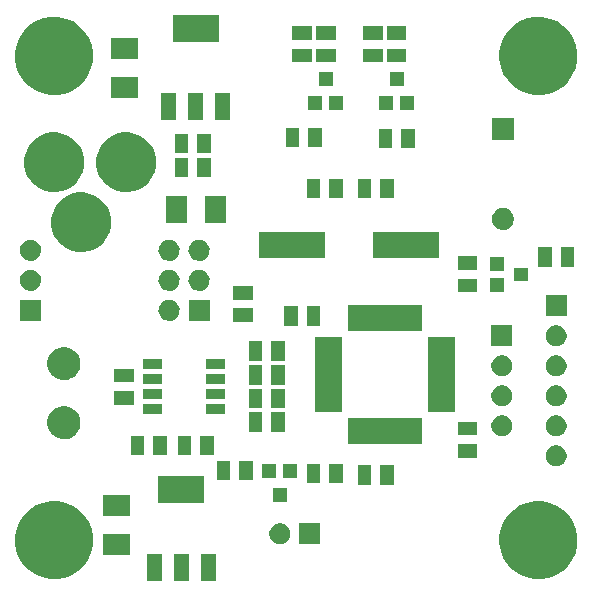
<source format=gts>
G04 (created by PCBNEW (2013-04-19 BZR 4011)-stable) date 26/12/2014 13:57:05*
%MOIN*%
G04 Gerber Fmt 3.4, Leading zero omitted, Abs format*
%FSLAX34Y34*%
G01*
G70*
G90*
G04 APERTURE LIST*
%ADD10C,0.006*%
G04 APERTURE END LIST*
G54D10*
G36*
X1137Y-8022D02*
X1136Y-8097D01*
X1120Y-8167D01*
X1094Y-8227D01*
X1052Y-8286D01*
X1005Y-8331D01*
X944Y-8370D01*
X883Y-8393D01*
X812Y-8406D01*
X747Y-8404D01*
X676Y-8389D01*
X617Y-8363D01*
X557Y-8321D01*
X512Y-8275D01*
X473Y-8214D01*
X449Y-8154D01*
X436Y-8082D01*
X437Y-8017D01*
X452Y-7946D01*
X477Y-7887D01*
X519Y-7827D01*
X565Y-7782D01*
X626Y-7742D01*
X685Y-7718D01*
X757Y-7704D01*
X821Y-7704D01*
X893Y-7719D01*
X952Y-7744D01*
X1013Y-7785D01*
X1058Y-7830D01*
X1099Y-7892D01*
X1123Y-7951D01*
X1137Y-8022D01*
X1137Y-8022D01*
G37*
G36*
X1137Y-9022D02*
X1136Y-9097D01*
X1120Y-9167D01*
X1094Y-9227D01*
X1052Y-9286D01*
X1005Y-9331D01*
X944Y-9370D01*
X883Y-9393D01*
X812Y-9406D01*
X747Y-9404D01*
X676Y-9389D01*
X617Y-9363D01*
X557Y-9321D01*
X512Y-9275D01*
X473Y-9214D01*
X449Y-9154D01*
X436Y-9082D01*
X437Y-9017D01*
X452Y-8946D01*
X477Y-8887D01*
X519Y-8827D01*
X565Y-8782D01*
X626Y-8742D01*
X685Y-8718D01*
X757Y-8704D01*
X821Y-8704D01*
X893Y-8719D01*
X952Y-8744D01*
X1013Y-8785D01*
X1058Y-8830D01*
X1099Y-8892D01*
X1123Y-8951D01*
X1137Y-9022D01*
X1137Y-9022D01*
G37*
G36*
X1137Y-10405D02*
X436Y-10405D01*
X436Y-9704D01*
X1137Y-9704D01*
X1137Y-10405D01*
X1137Y-10405D01*
G37*
G36*
X2450Y-11779D02*
X2448Y-11899D01*
X2424Y-12007D01*
X2381Y-12102D01*
X2317Y-12194D01*
X2241Y-12266D01*
X2147Y-12325D01*
X2050Y-12363D01*
X1940Y-12382D01*
X1836Y-12380D01*
X1727Y-12356D01*
X1632Y-12315D01*
X1540Y-12251D01*
X1467Y-12176D01*
X1407Y-12082D01*
X1369Y-11985D01*
X1348Y-11875D01*
X1350Y-11771D01*
X1373Y-11662D01*
X1414Y-11567D01*
X1477Y-11474D01*
X1551Y-11401D01*
X1645Y-11340D01*
X1741Y-11301D01*
X1852Y-11280D01*
X1955Y-11281D01*
X2065Y-11304D01*
X2160Y-11344D01*
X2254Y-11406D01*
X2326Y-11480D01*
X2389Y-11574D01*
X2428Y-11669D01*
X2450Y-11779D01*
X2450Y-11779D01*
G37*
G36*
X2450Y-13747D02*
X2448Y-13867D01*
X2424Y-13976D01*
X2381Y-14071D01*
X2317Y-14162D01*
X2241Y-14234D01*
X2147Y-14294D01*
X2050Y-14331D01*
X1940Y-14351D01*
X1836Y-14349D01*
X1727Y-14325D01*
X1632Y-14283D01*
X1540Y-14219D01*
X1467Y-14144D01*
X1407Y-14050D01*
X1369Y-13954D01*
X1348Y-13844D01*
X1350Y-13740D01*
X1373Y-13630D01*
X1414Y-13535D01*
X1477Y-13442D01*
X1551Y-13370D01*
X1645Y-13308D01*
X1741Y-13270D01*
X1852Y-13249D01*
X1955Y-13249D01*
X2065Y-13272D01*
X2160Y-13312D01*
X2254Y-13375D01*
X2326Y-13448D01*
X2389Y-13542D01*
X2428Y-13637D01*
X2450Y-13747D01*
X2450Y-13747D01*
G37*
G36*
X2570Y-5022D02*
X2567Y-5241D01*
X2523Y-5435D01*
X2445Y-5610D01*
X2330Y-5772D01*
X2191Y-5904D01*
X2023Y-6011D01*
X1845Y-6080D01*
X1649Y-6115D01*
X1458Y-6111D01*
X1263Y-6068D01*
X1088Y-5992D01*
X925Y-5878D01*
X792Y-5740D01*
X684Y-5573D01*
X614Y-5395D01*
X578Y-5199D01*
X580Y-5008D01*
X622Y-4813D01*
X697Y-4638D01*
X810Y-4473D01*
X946Y-4340D01*
X1113Y-4230D01*
X1290Y-4159D01*
X1486Y-4121D01*
X1677Y-4123D01*
X1872Y-4163D01*
X2048Y-4237D01*
X2214Y-4349D01*
X2348Y-4484D01*
X2458Y-4650D01*
X2531Y-4826D01*
X2570Y-5022D01*
X2570Y-5022D01*
G37*
G36*
X2875Y-1449D02*
X2871Y-1736D01*
X2813Y-1988D01*
X2711Y-2218D01*
X2562Y-2429D01*
X2380Y-2603D01*
X2162Y-2741D01*
X1927Y-2832D01*
X1673Y-2877D01*
X1422Y-2872D01*
X1169Y-2816D01*
X939Y-2716D01*
X726Y-2568D01*
X552Y-2387D01*
X411Y-2170D01*
X319Y-1936D01*
X272Y-1682D01*
X276Y-1431D01*
X330Y-1177D01*
X428Y-947D01*
X575Y-733D01*
X754Y-557D01*
X971Y-415D01*
X1203Y-322D01*
X1458Y-273D01*
X1709Y-275D01*
X1963Y-327D01*
X2194Y-424D01*
X2409Y-569D01*
X2585Y-747D01*
X2729Y-963D01*
X2824Y-1194D01*
X2875Y-1449D01*
X2875Y-1449D01*
G37*
G36*
X2875Y-17590D02*
X2871Y-17878D01*
X2813Y-18130D01*
X2711Y-18360D01*
X2562Y-18571D01*
X2380Y-18744D01*
X2162Y-18883D01*
X1927Y-18974D01*
X1673Y-19019D01*
X1422Y-19014D01*
X1169Y-18958D01*
X939Y-18857D01*
X726Y-18710D01*
X552Y-18529D01*
X411Y-18311D01*
X319Y-18078D01*
X272Y-17823D01*
X276Y-17573D01*
X330Y-17319D01*
X428Y-17089D01*
X575Y-16875D01*
X754Y-16699D01*
X971Y-16557D01*
X1203Y-16463D01*
X1458Y-16415D01*
X1709Y-16416D01*
X1963Y-16469D01*
X2194Y-16566D01*
X2409Y-16711D01*
X2585Y-16888D01*
X2729Y-17105D01*
X2824Y-17336D01*
X2875Y-17590D01*
X2875Y-17590D01*
G37*
G36*
X3470Y-7022D02*
X3467Y-7241D01*
X3423Y-7435D01*
X3345Y-7610D01*
X3230Y-7772D01*
X3091Y-7904D01*
X2923Y-8011D01*
X2745Y-8080D01*
X2549Y-8115D01*
X2358Y-8111D01*
X2163Y-8068D01*
X1988Y-7992D01*
X1825Y-7878D01*
X1692Y-7740D01*
X1584Y-7573D01*
X1514Y-7395D01*
X1478Y-7199D01*
X1480Y-7008D01*
X1522Y-6813D01*
X1597Y-6638D01*
X1710Y-6473D01*
X1846Y-6340D01*
X2013Y-6230D01*
X2190Y-6159D01*
X2386Y-6121D01*
X2577Y-6123D01*
X2772Y-6163D01*
X2948Y-6237D01*
X3114Y-6349D01*
X3248Y-6484D01*
X3358Y-6650D01*
X3431Y-6826D01*
X3470Y-7022D01*
X3470Y-7022D01*
G37*
G36*
X4092Y-16924D02*
X3191Y-16924D01*
X3191Y-16223D01*
X4092Y-16223D01*
X4092Y-16924D01*
X4092Y-16924D01*
G37*
G36*
X4092Y-18224D02*
X3191Y-18224D01*
X3191Y-17523D01*
X4092Y-17523D01*
X4092Y-18224D01*
X4092Y-18224D01*
G37*
G36*
X4225Y-12450D02*
X3574Y-12450D01*
X3574Y-11999D01*
X4225Y-11999D01*
X4225Y-12450D01*
X4225Y-12450D01*
G37*
G36*
X4225Y-13200D02*
X3574Y-13200D01*
X3574Y-12749D01*
X4225Y-12749D01*
X4225Y-13200D01*
X4225Y-13200D01*
G37*
G36*
X4387Y-1668D02*
X3486Y-1668D01*
X3486Y-968D01*
X4387Y-968D01*
X4387Y-1668D01*
X4387Y-1668D01*
G37*
G36*
X4387Y-2968D02*
X3486Y-2968D01*
X3486Y-2268D01*
X4387Y-2268D01*
X4387Y-2968D01*
X4387Y-2968D01*
G37*
G36*
X4574Y-14892D02*
X4123Y-14892D01*
X4123Y-14241D01*
X4574Y-14241D01*
X4574Y-14892D01*
X4574Y-14892D01*
G37*
G36*
X4970Y-5022D02*
X4967Y-5241D01*
X4923Y-5435D01*
X4845Y-5610D01*
X4730Y-5772D01*
X4591Y-5904D01*
X4423Y-6011D01*
X4245Y-6080D01*
X4049Y-6115D01*
X3858Y-6111D01*
X3663Y-6068D01*
X3488Y-5992D01*
X3325Y-5878D01*
X3192Y-5740D01*
X3084Y-5573D01*
X3014Y-5395D01*
X2978Y-5199D01*
X2980Y-5008D01*
X3022Y-4813D01*
X3097Y-4638D01*
X3210Y-4473D01*
X3346Y-4340D01*
X3513Y-4230D01*
X3690Y-4159D01*
X3886Y-4121D01*
X4077Y-4123D01*
X4272Y-4163D01*
X4448Y-4237D01*
X4614Y-4349D01*
X4748Y-4484D01*
X4858Y-4650D01*
X4931Y-4826D01*
X4970Y-5022D01*
X4970Y-5022D01*
G37*
G36*
X5157Y-19073D02*
X4656Y-19073D01*
X4656Y-18172D01*
X5157Y-18172D01*
X5157Y-19073D01*
X5157Y-19073D01*
G37*
G36*
X5175Y-12018D02*
X4524Y-12018D01*
X4524Y-11681D01*
X5175Y-11681D01*
X5175Y-12018D01*
X5175Y-12018D01*
G37*
G36*
X5175Y-12518D02*
X4524Y-12518D01*
X4524Y-12181D01*
X5175Y-12181D01*
X5175Y-12518D01*
X5175Y-12518D01*
G37*
G36*
X5175Y-13018D02*
X4524Y-13018D01*
X4524Y-12681D01*
X5175Y-12681D01*
X5175Y-13018D01*
X5175Y-13018D01*
G37*
G36*
X5175Y-13518D02*
X4524Y-13518D01*
X4524Y-13181D01*
X5175Y-13181D01*
X5175Y-13518D01*
X5175Y-13518D01*
G37*
G36*
X5324Y-14892D02*
X4873Y-14892D01*
X4873Y-14241D01*
X5324Y-14241D01*
X5324Y-14892D01*
X5324Y-14892D01*
G37*
G36*
X5649Y-3718D02*
X5148Y-3718D01*
X5148Y-2818D01*
X5649Y-2818D01*
X5649Y-3718D01*
X5649Y-3718D01*
G37*
G36*
X5755Y-8022D02*
X5754Y-8097D01*
X5738Y-8167D01*
X5712Y-8227D01*
X5670Y-8286D01*
X5623Y-8331D01*
X5562Y-8370D01*
X5501Y-8393D01*
X5430Y-8406D01*
X5365Y-8404D01*
X5294Y-8389D01*
X5235Y-8363D01*
X5175Y-8321D01*
X5130Y-8275D01*
X5091Y-8214D01*
X5067Y-8154D01*
X5054Y-8082D01*
X5055Y-8017D01*
X5070Y-7946D01*
X5096Y-7887D01*
X5137Y-7827D01*
X5183Y-7782D01*
X5244Y-7742D01*
X5303Y-7718D01*
X5375Y-7704D01*
X5440Y-7704D01*
X5511Y-7719D01*
X5570Y-7744D01*
X5631Y-7785D01*
X5676Y-7830D01*
X5717Y-7892D01*
X5741Y-7951D01*
X5755Y-8022D01*
X5755Y-8022D01*
G37*
G36*
X5755Y-9022D02*
X5754Y-9097D01*
X5738Y-9167D01*
X5712Y-9227D01*
X5670Y-9286D01*
X5623Y-9331D01*
X5562Y-9370D01*
X5501Y-9393D01*
X5430Y-9406D01*
X5365Y-9404D01*
X5294Y-9389D01*
X5235Y-9363D01*
X5175Y-9321D01*
X5130Y-9275D01*
X5091Y-9214D01*
X5067Y-9154D01*
X5054Y-9082D01*
X5055Y-9017D01*
X5070Y-8946D01*
X5096Y-8887D01*
X5137Y-8827D01*
X5183Y-8782D01*
X5244Y-8742D01*
X5303Y-8718D01*
X5375Y-8704D01*
X5440Y-8704D01*
X5511Y-8719D01*
X5570Y-8744D01*
X5631Y-8785D01*
X5676Y-8830D01*
X5717Y-8892D01*
X5741Y-8951D01*
X5755Y-9022D01*
X5755Y-9022D01*
G37*
G36*
X5755Y-10022D02*
X5754Y-10097D01*
X5738Y-10167D01*
X5712Y-10227D01*
X5670Y-10286D01*
X5623Y-10331D01*
X5562Y-10370D01*
X5501Y-10393D01*
X5430Y-10406D01*
X5365Y-10404D01*
X5294Y-10389D01*
X5235Y-10363D01*
X5175Y-10321D01*
X5130Y-10275D01*
X5091Y-10214D01*
X5067Y-10154D01*
X5054Y-10082D01*
X5055Y-10017D01*
X5070Y-9946D01*
X5096Y-9887D01*
X5137Y-9827D01*
X5183Y-9782D01*
X5244Y-9742D01*
X5303Y-9718D01*
X5375Y-9704D01*
X5440Y-9704D01*
X5511Y-9719D01*
X5570Y-9744D01*
X5631Y-9785D01*
X5676Y-9830D01*
X5717Y-9892D01*
X5741Y-9951D01*
X5755Y-10022D01*
X5755Y-10022D01*
G37*
G36*
X5999Y-7143D02*
X5298Y-7143D01*
X5298Y-6242D01*
X5999Y-6242D01*
X5999Y-7143D01*
X5999Y-7143D01*
G37*
G36*
X6050Y-4825D02*
X5599Y-4825D01*
X5599Y-4174D01*
X6050Y-4174D01*
X6050Y-4825D01*
X6050Y-4825D01*
G37*
G36*
X6050Y-5625D02*
X5599Y-5625D01*
X5599Y-4974D01*
X6050Y-4974D01*
X6050Y-5625D01*
X6050Y-5625D01*
G37*
G36*
X6057Y-19073D02*
X5556Y-19073D01*
X5556Y-18172D01*
X6057Y-18172D01*
X6057Y-19073D01*
X6057Y-19073D01*
G37*
G36*
X6149Y-14892D02*
X5698Y-14892D01*
X5698Y-14241D01*
X6149Y-14241D01*
X6149Y-14892D01*
X6149Y-14892D01*
G37*
G36*
X6549Y-3718D02*
X6048Y-3718D01*
X6048Y-2818D01*
X6549Y-2818D01*
X6549Y-3718D01*
X6549Y-3718D01*
G37*
G36*
X6577Y-16473D02*
X5036Y-16473D01*
X5036Y-15572D01*
X6577Y-15572D01*
X6577Y-16473D01*
X6577Y-16473D01*
G37*
G36*
X6755Y-8022D02*
X6754Y-8097D01*
X6738Y-8167D01*
X6712Y-8227D01*
X6670Y-8286D01*
X6623Y-8331D01*
X6562Y-8370D01*
X6501Y-8393D01*
X6430Y-8406D01*
X6365Y-8404D01*
X6294Y-8389D01*
X6235Y-8363D01*
X6175Y-8321D01*
X6130Y-8275D01*
X6091Y-8214D01*
X6067Y-8154D01*
X6054Y-8082D01*
X6055Y-8017D01*
X6070Y-7946D01*
X6096Y-7887D01*
X6137Y-7827D01*
X6183Y-7782D01*
X6244Y-7742D01*
X6303Y-7718D01*
X6375Y-7704D01*
X6440Y-7704D01*
X6511Y-7719D01*
X6570Y-7744D01*
X6631Y-7785D01*
X6676Y-7830D01*
X6717Y-7892D01*
X6741Y-7951D01*
X6755Y-8022D01*
X6755Y-8022D01*
G37*
G36*
X6755Y-9022D02*
X6754Y-9097D01*
X6738Y-9167D01*
X6712Y-9227D01*
X6670Y-9286D01*
X6623Y-9331D01*
X6562Y-9370D01*
X6501Y-9393D01*
X6430Y-9406D01*
X6365Y-9404D01*
X6294Y-9389D01*
X6235Y-9363D01*
X6175Y-9321D01*
X6130Y-9275D01*
X6091Y-9214D01*
X6067Y-9154D01*
X6054Y-9082D01*
X6055Y-9017D01*
X6070Y-8946D01*
X6096Y-8887D01*
X6137Y-8827D01*
X6183Y-8782D01*
X6244Y-8742D01*
X6303Y-8718D01*
X6375Y-8704D01*
X6440Y-8704D01*
X6511Y-8719D01*
X6570Y-8744D01*
X6631Y-8785D01*
X6676Y-8830D01*
X6717Y-8892D01*
X6741Y-8951D01*
X6755Y-9022D01*
X6755Y-9022D01*
G37*
G36*
X6755Y-10405D02*
X6055Y-10405D01*
X6055Y-9704D01*
X6755Y-9704D01*
X6755Y-10405D01*
X6755Y-10405D01*
G37*
G36*
X6800Y-4825D02*
X6349Y-4825D01*
X6349Y-4174D01*
X6800Y-4174D01*
X6800Y-4825D01*
X6800Y-4825D01*
G37*
G36*
X6800Y-5625D02*
X6349Y-5625D01*
X6349Y-4974D01*
X6800Y-4974D01*
X6800Y-5625D01*
X6800Y-5625D01*
G37*
G36*
X6899Y-14892D02*
X6448Y-14892D01*
X6448Y-14241D01*
X6899Y-14241D01*
X6899Y-14892D01*
X6899Y-14892D01*
G37*
G36*
X6957Y-19073D02*
X6456Y-19073D01*
X6456Y-18172D01*
X6957Y-18172D01*
X6957Y-19073D01*
X6957Y-19073D01*
G37*
G36*
X7069Y-1118D02*
X5528Y-1118D01*
X5528Y-218D01*
X7069Y-218D01*
X7069Y-1118D01*
X7069Y-1118D01*
G37*
G36*
X7275Y-12018D02*
X6624Y-12018D01*
X6624Y-11681D01*
X7275Y-11681D01*
X7275Y-12018D01*
X7275Y-12018D01*
G37*
G36*
X7275Y-12518D02*
X6624Y-12518D01*
X6624Y-12181D01*
X7275Y-12181D01*
X7275Y-12518D01*
X7275Y-12518D01*
G37*
G36*
X7275Y-13018D02*
X6624Y-13018D01*
X6624Y-12681D01*
X7275Y-12681D01*
X7275Y-13018D01*
X7275Y-13018D01*
G37*
G36*
X7275Y-13518D02*
X6624Y-13518D01*
X6624Y-13181D01*
X7275Y-13181D01*
X7275Y-13518D01*
X7275Y-13518D01*
G37*
G36*
X7299Y-7143D02*
X6598Y-7143D01*
X6598Y-6242D01*
X7299Y-6242D01*
X7299Y-7143D01*
X7299Y-7143D01*
G37*
G36*
X7449Y-3718D02*
X6948Y-3718D01*
X6948Y-2818D01*
X7449Y-2818D01*
X7449Y-3718D01*
X7449Y-3718D01*
G37*
G36*
X7450Y-15725D02*
X6999Y-15725D01*
X6999Y-15074D01*
X7450Y-15074D01*
X7450Y-15725D01*
X7450Y-15725D01*
G37*
G36*
X8199Y-9693D02*
X7548Y-9693D01*
X7548Y-9242D01*
X8199Y-9242D01*
X8199Y-9693D01*
X8199Y-9693D01*
G37*
G36*
X8199Y-10443D02*
X7548Y-10443D01*
X7548Y-9992D01*
X8199Y-9992D01*
X8199Y-10443D01*
X8199Y-10443D01*
G37*
G36*
X8200Y-15725D02*
X7749Y-15725D01*
X7749Y-15074D01*
X8200Y-15074D01*
X8200Y-15725D01*
X8200Y-15725D01*
G37*
G36*
X8511Y-11742D02*
X8060Y-11742D01*
X8060Y-11091D01*
X8511Y-11091D01*
X8511Y-11742D01*
X8511Y-11742D01*
G37*
G36*
X8511Y-12530D02*
X8060Y-12530D01*
X8060Y-11879D01*
X8511Y-11879D01*
X8511Y-12530D01*
X8511Y-12530D01*
G37*
G36*
X8511Y-13317D02*
X8060Y-13317D01*
X8060Y-12666D01*
X8511Y-12666D01*
X8511Y-13317D01*
X8511Y-13317D01*
G37*
G36*
X8511Y-14105D02*
X8060Y-14105D01*
X8060Y-13454D01*
X8511Y-13454D01*
X8511Y-14105D01*
X8511Y-14105D01*
G37*
G36*
X8980Y-15630D02*
X8519Y-15630D01*
X8519Y-15169D01*
X8980Y-15169D01*
X8980Y-15630D01*
X8980Y-15630D01*
G37*
G36*
X9261Y-11742D02*
X8810Y-11742D01*
X8810Y-11091D01*
X9261Y-11091D01*
X9261Y-11742D01*
X9261Y-11742D01*
G37*
G36*
X9261Y-12530D02*
X8810Y-12530D01*
X8810Y-11879D01*
X9261Y-11879D01*
X9261Y-12530D01*
X9261Y-12530D01*
G37*
G36*
X9261Y-13317D02*
X8810Y-13317D01*
X8810Y-12666D01*
X9261Y-12666D01*
X9261Y-13317D01*
X9261Y-13317D01*
G37*
G36*
X9261Y-14105D02*
X8810Y-14105D01*
X8810Y-13454D01*
X9261Y-13454D01*
X9261Y-14105D01*
X9261Y-14105D01*
G37*
G36*
X9330Y-16430D02*
X8869Y-16430D01*
X8869Y-15969D01*
X9330Y-15969D01*
X9330Y-16430D01*
X9330Y-16430D01*
G37*
G36*
X9450Y-17467D02*
X9449Y-17542D01*
X9433Y-17612D01*
X9406Y-17672D01*
X9365Y-17731D01*
X9318Y-17776D01*
X9256Y-17814D01*
X9196Y-17838D01*
X9125Y-17851D01*
X9060Y-17849D01*
X8989Y-17834D01*
X8930Y-17808D01*
X8870Y-17766D01*
X8825Y-17720D01*
X8786Y-17659D01*
X8762Y-17598D01*
X8749Y-17527D01*
X8750Y-17462D01*
X8765Y-17391D01*
X8790Y-17332D01*
X8831Y-17272D01*
X8877Y-17227D01*
X8938Y-17187D01*
X8998Y-17163D01*
X9070Y-17149D01*
X9134Y-17149D01*
X9206Y-17164D01*
X9265Y-17189D01*
X9326Y-17230D01*
X9371Y-17275D01*
X9411Y-17336D01*
X9436Y-17395D01*
X9450Y-17467D01*
X9450Y-17467D01*
G37*
G36*
X9680Y-15630D02*
X9219Y-15630D01*
X9219Y-15169D01*
X9680Y-15169D01*
X9680Y-15630D01*
X9680Y-15630D01*
G37*
G36*
X9693Y-10561D02*
X9242Y-10561D01*
X9242Y-9910D01*
X9693Y-9910D01*
X9693Y-10561D01*
X9693Y-10561D01*
G37*
G36*
X9750Y-4625D02*
X9299Y-4625D01*
X9299Y-3974D01*
X9750Y-3974D01*
X9750Y-4625D01*
X9750Y-4625D01*
G37*
G36*
X10168Y-1031D02*
X9517Y-1031D01*
X9517Y-580D01*
X10168Y-580D01*
X10168Y-1031D01*
X10168Y-1031D01*
G37*
G36*
X10168Y-1781D02*
X9517Y-1781D01*
X9517Y-1330D01*
X10168Y-1330D01*
X10168Y-1781D01*
X10168Y-1781D01*
G37*
G36*
X10443Y-10561D02*
X9992Y-10561D01*
X9992Y-9910D01*
X10443Y-9910D01*
X10443Y-10561D01*
X10443Y-10561D01*
G37*
G36*
X10450Y-6325D02*
X9999Y-6325D01*
X9999Y-5674D01*
X10450Y-5674D01*
X10450Y-6325D01*
X10450Y-6325D01*
G37*
G36*
X10450Y-15825D02*
X9999Y-15825D01*
X9999Y-15174D01*
X10450Y-15174D01*
X10450Y-15825D01*
X10450Y-15825D01*
G37*
G36*
X10450Y-17850D02*
X9749Y-17850D01*
X9749Y-17149D01*
X10450Y-17149D01*
X10450Y-17850D01*
X10450Y-17850D01*
G37*
G36*
X10500Y-4625D02*
X10049Y-4625D01*
X10049Y-3974D01*
X10500Y-3974D01*
X10500Y-4625D01*
X10500Y-4625D01*
G37*
G36*
X10510Y-3386D02*
X10049Y-3386D01*
X10049Y-2925D01*
X10510Y-2925D01*
X10510Y-3386D01*
X10510Y-3386D01*
G37*
G36*
X10617Y-8304D02*
X8416Y-8304D01*
X8416Y-7443D01*
X10617Y-7443D01*
X10617Y-8304D01*
X10617Y-8304D01*
G37*
G36*
X10860Y-2586D02*
X10399Y-2586D01*
X10399Y-2125D01*
X10860Y-2125D01*
X10860Y-2586D01*
X10860Y-2586D01*
G37*
G36*
X10955Y-1031D02*
X10304Y-1031D01*
X10304Y-580D01*
X10955Y-580D01*
X10955Y-1031D01*
X10955Y-1031D01*
G37*
G36*
X10955Y-1781D02*
X10304Y-1781D01*
X10304Y-1330D01*
X10955Y-1330D01*
X10955Y-1781D01*
X10955Y-1781D01*
G37*
G36*
X11162Y-13443D02*
X10274Y-13443D01*
X10274Y-13153D01*
X10274Y-13146D01*
X10274Y-13143D01*
X10274Y-13136D01*
X10274Y-12833D01*
X10274Y-12826D01*
X10274Y-12823D01*
X10274Y-12816D01*
X10274Y-12513D01*
X10274Y-12506D01*
X10274Y-12503D01*
X10274Y-12496D01*
X10274Y-12203D01*
X10274Y-12193D01*
X10274Y-12186D01*
X10274Y-12176D01*
X10274Y-11893D01*
X10274Y-11883D01*
X10274Y-11876D01*
X10274Y-11866D01*
X10274Y-11573D01*
X10274Y-11566D01*
X10274Y-11563D01*
X10274Y-11556D01*
X10274Y-11263D01*
X10274Y-11253D01*
X10274Y-11246D01*
X10274Y-11236D01*
X10274Y-10955D01*
X11162Y-10955D01*
X11162Y-11236D01*
X11162Y-11246D01*
X11162Y-11253D01*
X11162Y-11263D01*
X11162Y-11556D01*
X11162Y-11563D01*
X11162Y-11566D01*
X11162Y-11573D01*
X11162Y-11866D01*
X11162Y-11876D01*
X11162Y-11883D01*
X11162Y-11893D01*
X11162Y-12176D01*
X11162Y-12186D01*
X11162Y-12193D01*
X11162Y-12203D01*
X11162Y-12496D01*
X11162Y-12503D01*
X11162Y-12506D01*
X11162Y-12513D01*
X11162Y-12816D01*
X11162Y-12823D01*
X11162Y-12826D01*
X11162Y-12833D01*
X11162Y-13136D01*
X11162Y-13143D01*
X11162Y-13146D01*
X11162Y-13153D01*
X11162Y-13443D01*
X11162Y-13443D01*
G37*
G36*
X11200Y-6325D02*
X10749Y-6325D01*
X10749Y-5674D01*
X11200Y-5674D01*
X11200Y-6325D01*
X11200Y-6325D01*
G37*
G36*
X11200Y-15825D02*
X10749Y-15825D01*
X10749Y-15174D01*
X11200Y-15174D01*
X11200Y-15825D01*
X11200Y-15825D01*
G37*
G36*
X11210Y-3386D02*
X10749Y-3386D01*
X10749Y-2925D01*
X11210Y-2925D01*
X11210Y-3386D01*
X11210Y-3386D01*
G37*
G36*
X12150Y-6325D02*
X11699Y-6325D01*
X11699Y-5674D01*
X12150Y-5674D01*
X12150Y-6325D01*
X12150Y-6325D01*
G37*
G36*
X12153Y-15876D02*
X11702Y-15876D01*
X11702Y-15225D01*
X12153Y-15225D01*
X12153Y-15876D01*
X12153Y-15876D01*
G37*
G36*
X12530Y-1031D02*
X11879Y-1031D01*
X11879Y-580D01*
X12530Y-580D01*
X12530Y-1031D01*
X12530Y-1031D01*
G37*
G36*
X12530Y-1781D02*
X11879Y-1781D01*
X11879Y-1330D01*
X12530Y-1330D01*
X12530Y-1781D01*
X12530Y-1781D01*
G37*
G36*
X12842Y-4656D02*
X12391Y-4656D01*
X12391Y-4005D01*
X12842Y-4005D01*
X12842Y-4656D01*
X12842Y-4656D01*
G37*
G36*
X12872Y-3386D02*
X12411Y-3386D01*
X12411Y-2925D01*
X12872Y-2925D01*
X12872Y-3386D01*
X12872Y-3386D01*
G37*
G36*
X12900Y-6325D02*
X12449Y-6325D01*
X12449Y-5674D01*
X12900Y-5674D01*
X12900Y-6325D01*
X12900Y-6325D01*
G37*
G36*
X12903Y-15876D02*
X12452Y-15876D01*
X12452Y-15225D01*
X12903Y-15225D01*
X12903Y-15876D01*
X12903Y-15876D01*
G37*
G36*
X13222Y-2586D02*
X12761Y-2586D01*
X12761Y-2125D01*
X13222Y-2125D01*
X13222Y-2586D01*
X13222Y-2586D01*
G37*
G36*
X13317Y-1031D02*
X12666Y-1031D01*
X12666Y-580D01*
X13317Y-580D01*
X13317Y-1031D01*
X13317Y-1031D01*
G37*
G36*
X13317Y-1781D02*
X12666Y-1781D01*
X12666Y-1330D01*
X13317Y-1330D01*
X13317Y-1781D01*
X13317Y-1781D01*
G37*
G36*
X13572Y-3386D02*
X13111Y-3386D01*
X13111Y-2925D01*
X13572Y-2925D01*
X13572Y-3386D01*
X13572Y-3386D01*
G37*
G36*
X13592Y-4656D02*
X13141Y-4656D01*
X13141Y-4005D01*
X13592Y-4005D01*
X13592Y-4656D01*
X13592Y-4656D01*
G37*
G36*
X13847Y-14518D02*
X13566Y-14518D01*
X13557Y-14518D01*
X13549Y-14518D01*
X13540Y-14518D01*
X13246Y-14518D01*
X13239Y-14518D01*
X13237Y-14518D01*
X13230Y-14518D01*
X12936Y-14518D01*
X12927Y-14518D01*
X12919Y-14518D01*
X12910Y-14518D01*
X12616Y-14518D01*
X12609Y-14518D01*
X12607Y-14518D01*
X12600Y-14518D01*
X12306Y-14518D01*
X12297Y-14518D01*
X12289Y-14518D01*
X12280Y-14518D01*
X11986Y-14518D01*
X11979Y-14518D01*
X11977Y-14518D01*
X11970Y-14518D01*
X11666Y-14518D01*
X11659Y-14518D01*
X11657Y-14518D01*
X11650Y-14518D01*
X11359Y-14518D01*
X11359Y-13630D01*
X11650Y-13630D01*
X11657Y-13630D01*
X11659Y-13630D01*
X11666Y-13630D01*
X11970Y-13630D01*
X11977Y-13630D01*
X11979Y-13630D01*
X11986Y-13630D01*
X12280Y-13630D01*
X12289Y-13630D01*
X12297Y-13630D01*
X12306Y-13630D01*
X12600Y-13630D01*
X12607Y-13630D01*
X12609Y-13630D01*
X12616Y-13630D01*
X12910Y-13630D01*
X12919Y-13630D01*
X12927Y-13630D01*
X12936Y-13630D01*
X13230Y-13630D01*
X13237Y-13630D01*
X13239Y-13630D01*
X13246Y-13630D01*
X13540Y-13630D01*
X13549Y-13630D01*
X13557Y-13630D01*
X13566Y-13630D01*
X13847Y-13630D01*
X13847Y-14518D01*
X13847Y-14518D01*
G37*
G36*
X13849Y-10752D02*
X13563Y-10752D01*
X13554Y-10752D01*
X13551Y-10752D01*
X13542Y-10752D01*
X13248Y-10752D01*
X13239Y-10752D01*
X13236Y-10752D01*
X13227Y-10752D01*
X12933Y-10752D01*
X12924Y-10752D01*
X12921Y-10752D01*
X12912Y-10752D01*
X12618Y-10752D01*
X12609Y-10752D01*
X12606Y-10752D01*
X12597Y-10752D01*
X12303Y-10752D01*
X12294Y-10752D01*
X12291Y-10752D01*
X12282Y-10752D01*
X11988Y-10752D01*
X11979Y-10752D01*
X11976Y-10752D01*
X11967Y-10752D01*
X11673Y-10752D01*
X11664Y-10752D01*
X11661Y-10752D01*
X11652Y-10752D01*
X11366Y-10752D01*
X11366Y-9864D01*
X11652Y-9864D01*
X11661Y-9864D01*
X11664Y-9864D01*
X11673Y-9864D01*
X11967Y-9864D01*
X11976Y-9864D01*
X11979Y-9864D01*
X11988Y-9864D01*
X12282Y-9864D01*
X12291Y-9864D01*
X12294Y-9864D01*
X12303Y-9864D01*
X12597Y-9864D01*
X12606Y-9864D01*
X12609Y-9864D01*
X12618Y-9864D01*
X12912Y-9864D01*
X12921Y-9864D01*
X12924Y-9864D01*
X12933Y-9864D01*
X13227Y-9864D01*
X13236Y-9864D01*
X13239Y-9864D01*
X13248Y-9864D01*
X13542Y-9864D01*
X13551Y-9864D01*
X13554Y-9864D01*
X13563Y-9864D01*
X13849Y-9864D01*
X13849Y-10752D01*
X13849Y-10752D01*
G37*
G36*
X14417Y-8304D02*
X12216Y-8304D01*
X12216Y-7443D01*
X14417Y-7443D01*
X14417Y-8304D01*
X14417Y-8304D01*
G37*
G36*
X14942Y-13435D02*
X14054Y-13435D01*
X14054Y-13151D01*
X14054Y-13141D01*
X14054Y-13138D01*
X14054Y-13128D01*
X14054Y-12835D01*
X14054Y-12825D01*
X14054Y-12824D01*
X14054Y-12814D01*
X14054Y-12521D01*
X14054Y-12511D01*
X14054Y-12508D01*
X14054Y-12498D01*
X14054Y-12205D01*
X14054Y-12195D01*
X14054Y-12194D01*
X14054Y-12184D01*
X14054Y-11891D01*
X14054Y-11881D01*
X14054Y-11878D01*
X14054Y-11868D01*
X14054Y-11575D01*
X14054Y-11565D01*
X14054Y-11564D01*
X14054Y-11554D01*
X14054Y-11261D01*
X14054Y-11251D01*
X14054Y-11248D01*
X14054Y-11238D01*
X14054Y-10953D01*
X14942Y-10953D01*
X14942Y-11238D01*
X14942Y-11248D01*
X14942Y-11251D01*
X14942Y-11261D01*
X14942Y-11554D01*
X14942Y-11564D01*
X14942Y-11565D01*
X14942Y-11575D01*
X14942Y-11868D01*
X14942Y-11878D01*
X14942Y-11881D01*
X14942Y-11891D01*
X14942Y-12184D01*
X14942Y-12194D01*
X14942Y-12195D01*
X14942Y-12205D01*
X14942Y-12498D01*
X14942Y-12508D01*
X14942Y-12511D01*
X14942Y-12521D01*
X14942Y-12814D01*
X14942Y-12824D01*
X14942Y-12825D01*
X14942Y-12835D01*
X14942Y-13128D01*
X14942Y-13138D01*
X14942Y-13141D01*
X14942Y-13151D01*
X14942Y-13435D01*
X14942Y-13435D01*
G37*
G36*
X15679Y-8708D02*
X15028Y-8708D01*
X15028Y-8257D01*
X15679Y-8257D01*
X15679Y-8708D01*
X15679Y-8708D01*
G37*
G36*
X15679Y-9458D02*
X15028Y-9458D01*
X15028Y-9007D01*
X15679Y-9007D01*
X15679Y-9458D01*
X15679Y-9458D01*
G37*
G36*
X15679Y-14220D02*
X15028Y-14220D01*
X15028Y-13769D01*
X15679Y-13769D01*
X15679Y-14220D01*
X15679Y-14220D01*
G37*
G36*
X15679Y-14970D02*
X15028Y-14970D01*
X15028Y-14519D01*
X15679Y-14519D01*
X15679Y-14970D01*
X15679Y-14970D01*
G37*
G36*
X16562Y-8738D02*
X16101Y-8738D01*
X16101Y-8277D01*
X16562Y-8277D01*
X16562Y-8738D01*
X16562Y-8738D01*
G37*
G36*
X16562Y-9438D02*
X16101Y-9438D01*
X16101Y-8977D01*
X16562Y-8977D01*
X16562Y-9438D01*
X16562Y-9438D01*
G37*
G36*
X16850Y-11867D02*
X16849Y-11942D01*
X16833Y-12012D01*
X16806Y-12072D01*
X16765Y-12131D01*
X16718Y-12176D01*
X16656Y-12214D01*
X16596Y-12238D01*
X16525Y-12251D01*
X16460Y-12249D01*
X16389Y-12234D01*
X16330Y-12208D01*
X16270Y-12166D01*
X16225Y-12120D01*
X16186Y-12059D01*
X16162Y-11998D01*
X16149Y-11927D01*
X16150Y-11862D01*
X16165Y-11791D01*
X16190Y-11732D01*
X16231Y-11672D01*
X16277Y-11627D01*
X16338Y-11587D01*
X16398Y-11563D01*
X16470Y-11549D01*
X16534Y-11549D01*
X16606Y-11564D01*
X16665Y-11589D01*
X16726Y-11630D01*
X16771Y-11675D01*
X16811Y-11736D01*
X16836Y-11795D01*
X16850Y-11867D01*
X16850Y-11867D01*
G37*
G36*
X16850Y-12867D02*
X16849Y-12942D01*
X16833Y-13012D01*
X16806Y-13072D01*
X16765Y-13131D01*
X16718Y-13176D01*
X16656Y-13214D01*
X16596Y-13238D01*
X16525Y-13251D01*
X16460Y-13249D01*
X16389Y-13234D01*
X16330Y-13208D01*
X16270Y-13166D01*
X16225Y-13120D01*
X16186Y-13059D01*
X16162Y-12998D01*
X16149Y-12927D01*
X16150Y-12862D01*
X16165Y-12791D01*
X16190Y-12732D01*
X16231Y-12672D01*
X16277Y-12627D01*
X16338Y-12587D01*
X16398Y-12563D01*
X16470Y-12549D01*
X16534Y-12549D01*
X16606Y-12564D01*
X16665Y-12589D01*
X16726Y-12630D01*
X16771Y-12675D01*
X16811Y-12736D01*
X16836Y-12795D01*
X16850Y-12867D01*
X16850Y-12867D01*
G37*
G36*
X16850Y-13867D02*
X16849Y-13942D01*
X16833Y-14012D01*
X16806Y-14072D01*
X16765Y-14131D01*
X16718Y-14176D01*
X16656Y-14214D01*
X16596Y-14238D01*
X16525Y-14251D01*
X16460Y-14249D01*
X16389Y-14234D01*
X16330Y-14208D01*
X16270Y-14166D01*
X16225Y-14120D01*
X16186Y-14059D01*
X16162Y-13998D01*
X16149Y-13927D01*
X16150Y-13862D01*
X16165Y-13791D01*
X16190Y-13732D01*
X16231Y-13672D01*
X16277Y-13627D01*
X16338Y-13587D01*
X16398Y-13563D01*
X16470Y-13549D01*
X16534Y-13549D01*
X16606Y-13564D01*
X16665Y-13589D01*
X16726Y-13630D01*
X16771Y-13675D01*
X16811Y-13736D01*
X16836Y-13795D01*
X16850Y-13867D01*
X16850Y-13867D01*
G37*
G36*
X16850Y-11250D02*
X16149Y-11250D01*
X16149Y-10549D01*
X16850Y-10549D01*
X16850Y-11250D01*
X16850Y-11250D01*
G37*
G36*
X16900Y-6973D02*
X16899Y-7052D01*
X16883Y-7125D01*
X16855Y-7187D01*
X16811Y-7249D01*
X16762Y-7295D01*
X16699Y-7336D01*
X16635Y-7360D01*
X16561Y-7373D01*
X16493Y-7372D01*
X16420Y-7356D01*
X16358Y-7329D01*
X16296Y-7285D01*
X16249Y-7237D01*
X16208Y-7173D01*
X16183Y-7111D01*
X16169Y-7036D01*
X16170Y-6969D01*
X16186Y-6894D01*
X16212Y-6832D01*
X16255Y-6770D01*
X16303Y-6723D01*
X16367Y-6681D01*
X16429Y-6656D01*
X16504Y-6642D01*
X16571Y-6642D01*
X16646Y-6658D01*
X16707Y-6683D01*
X16771Y-6726D01*
X16818Y-6774D01*
X16860Y-6837D01*
X16886Y-6899D01*
X16900Y-6973D01*
X16900Y-6973D01*
G37*
G36*
X16900Y-4381D02*
X16169Y-4381D01*
X16169Y-3650D01*
X16900Y-3650D01*
X16900Y-4381D01*
X16900Y-4381D01*
G37*
G36*
X17362Y-9088D02*
X16901Y-9088D01*
X16901Y-8627D01*
X17362Y-8627D01*
X17362Y-9088D01*
X17362Y-9088D01*
G37*
G36*
X18157Y-8593D02*
X17706Y-8593D01*
X17706Y-7942D01*
X18157Y-7942D01*
X18157Y-8593D01*
X18157Y-8593D01*
G37*
G36*
X18657Y-10869D02*
X18656Y-10943D01*
X18640Y-11014D01*
X18613Y-11073D01*
X18572Y-11132D01*
X18525Y-11177D01*
X18464Y-11216D01*
X18403Y-11239D01*
X18332Y-11252D01*
X18267Y-11251D01*
X18196Y-11235D01*
X18137Y-11209D01*
X18077Y-11168D01*
X18032Y-11121D01*
X17993Y-11060D01*
X17969Y-11000D01*
X17956Y-10928D01*
X17957Y-10864D01*
X17972Y-10793D01*
X17997Y-10733D01*
X18038Y-10673D01*
X18084Y-10628D01*
X18146Y-10588D01*
X18205Y-10564D01*
X18277Y-10550D01*
X18341Y-10551D01*
X18413Y-10566D01*
X18472Y-10590D01*
X18533Y-10631D01*
X18578Y-10677D01*
X18618Y-10738D01*
X18643Y-10797D01*
X18657Y-10869D01*
X18657Y-10869D01*
G37*
G36*
X18657Y-11869D02*
X18656Y-11943D01*
X18640Y-12014D01*
X18613Y-12073D01*
X18572Y-12132D01*
X18525Y-12177D01*
X18464Y-12216D01*
X18403Y-12239D01*
X18332Y-12252D01*
X18267Y-12251D01*
X18196Y-12235D01*
X18137Y-12209D01*
X18077Y-12168D01*
X18032Y-12121D01*
X17993Y-12060D01*
X17969Y-12000D01*
X17956Y-11928D01*
X17957Y-11864D01*
X17972Y-11793D01*
X17997Y-11733D01*
X18038Y-11673D01*
X18084Y-11628D01*
X18146Y-11588D01*
X18205Y-11564D01*
X18277Y-11550D01*
X18341Y-11551D01*
X18413Y-11566D01*
X18472Y-11590D01*
X18533Y-11631D01*
X18578Y-11677D01*
X18618Y-11738D01*
X18643Y-11797D01*
X18657Y-11869D01*
X18657Y-11869D01*
G37*
G36*
X18657Y-12869D02*
X18656Y-12943D01*
X18640Y-13014D01*
X18613Y-13073D01*
X18572Y-13132D01*
X18525Y-13177D01*
X18464Y-13216D01*
X18403Y-13239D01*
X18332Y-13252D01*
X18267Y-13251D01*
X18196Y-13235D01*
X18137Y-13209D01*
X18077Y-13168D01*
X18032Y-13121D01*
X17993Y-13060D01*
X17969Y-13000D01*
X17956Y-12928D01*
X17957Y-12864D01*
X17972Y-12793D01*
X17997Y-12733D01*
X18038Y-12673D01*
X18084Y-12628D01*
X18146Y-12588D01*
X18205Y-12564D01*
X18277Y-12550D01*
X18341Y-12551D01*
X18413Y-12566D01*
X18472Y-12590D01*
X18533Y-12631D01*
X18578Y-12677D01*
X18618Y-12738D01*
X18643Y-12797D01*
X18657Y-12869D01*
X18657Y-12869D01*
G37*
G36*
X18657Y-13869D02*
X18656Y-13943D01*
X18640Y-14014D01*
X18613Y-14073D01*
X18572Y-14132D01*
X18525Y-14177D01*
X18464Y-14216D01*
X18403Y-14239D01*
X18332Y-14252D01*
X18267Y-14251D01*
X18196Y-14235D01*
X18137Y-14209D01*
X18077Y-14168D01*
X18032Y-14121D01*
X17993Y-14060D01*
X17969Y-14000D01*
X17956Y-13928D01*
X17957Y-13864D01*
X17972Y-13793D01*
X17997Y-13733D01*
X18038Y-13673D01*
X18084Y-13628D01*
X18146Y-13588D01*
X18205Y-13564D01*
X18277Y-13550D01*
X18341Y-13551D01*
X18413Y-13566D01*
X18472Y-13590D01*
X18533Y-13631D01*
X18578Y-13677D01*
X18618Y-13738D01*
X18643Y-13797D01*
X18657Y-13869D01*
X18657Y-13869D01*
G37*
G36*
X18657Y-14869D02*
X18656Y-14943D01*
X18640Y-15014D01*
X18613Y-15073D01*
X18572Y-15132D01*
X18525Y-15177D01*
X18464Y-15216D01*
X18403Y-15239D01*
X18332Y-15252D01*
X18267Y-15251D01*
X18196Y-15235D01*
X18137Y-15209D01*
X18077Y-15168D01*
X18032Y-15121D01*
X17993Y-15060D01*
X17969Y-15000D01*
X17956Y-14928D01*
X17957Y-14864D01*
X17972Y-14793D01*
X17997Y-14733D01*
X18038Y-14673D01*
X18084Y-14628D01*
X18146Y-14588D01*
X18205Y-14564D01*
X18277Y-14550D01*
X18341Y-14551D01*
X18413Y-14566D01*
X18472Y-14590D01*
X18533Y-14631D01*
X18578Y-14677D01*
X18618Y-14738D01*
X18643Y-14797D01*
X18657Y-14869D01*
X18657Y-14869D01*
G37*
G36*
X18657Y-10252D02*
X17956Y-10252D01*
X17956Y-9551D01*
X18657Y-9551D01*
X18657Y-10252D01*
X18657Y-10252D01*
G37*
G36*
X18907Y-8593D02*
X18456Y-8593D01*
X18456Y-7942D01*
X18907Y-7942D01*
X18907Y-8593D01*
X18907Y-8593D01*
G37*
G36*
X19016Y-1449D02*
X19012Y-1736D01*
X18955Y-1988D01*
X18853Y-2218D01*
X18704Y-2429D01*
X18522Y-2603D01*
X18303Y-2741D01*
X18069Y-2832D01*
X17814Y-2877D01*
X17563Y-2872D01*
X17310Y-2816D01*
X17080Y-2716D01*
X16868Y-2568D01*
X16693Y-2387D01*
X16553Y-2170D01*
X16461Y-1936D01*
X16414Y-1682D01*
X16417Y-1431D01*
X16471Y-1177D01*
X16570Y-947D01*
X16717Y-733D01*
X16896Y-557D01*
X17113Y-415D01*
X17345Y-322D01*
X17600Y-273D01*
X17850Y-275D01*
X18105Y-327D01*
X18335Y-424D01*
X18551Y-569D01*
X18727Y-747D01*
X18871Y-963D01*
X18966Y-1194D01*
X19016Y-1449D01*
X19016Y-1449D01*
G37*
G36*
X19016Y-17590D02*
X19012Y-17878D01*
X18955Y-18130D01*
X18853Y-18360D01*
X18704Y-18571D01*
X18522Y-18744D01*
X18303Y-18883D01*
X18069Y-18974D01*
X17814Y-19019D01*
X17563Y-19014D01*
X17310Y-18958D01*
X17080Y-18857D01*
X16868Y-18710D01*
X16693Y-18529D01*
X16553Y-18311D01*
X16461Y-18078D01*
X16414Y-17823D01*
X16417Y-17573D01*
X16471Y-17319D01*
X16570Y-17089D01*
X16717Y-16875D01*
X16896Y-16699D01*
X17113Y-16557D01*
X17345Y-16463D01*
X17600Y-16415D01*
X17850Y-16416D01*
X18105Y-16469D01*
X18335Y-16566D01*
X18551Y-16711D01*
X18727Y-16888D01*
X18871Y-17105D01*
X18966Y-17336D01*
X19016Y-17590D01*
X19016Y-17590D01*
G37*
M02*

</source>
